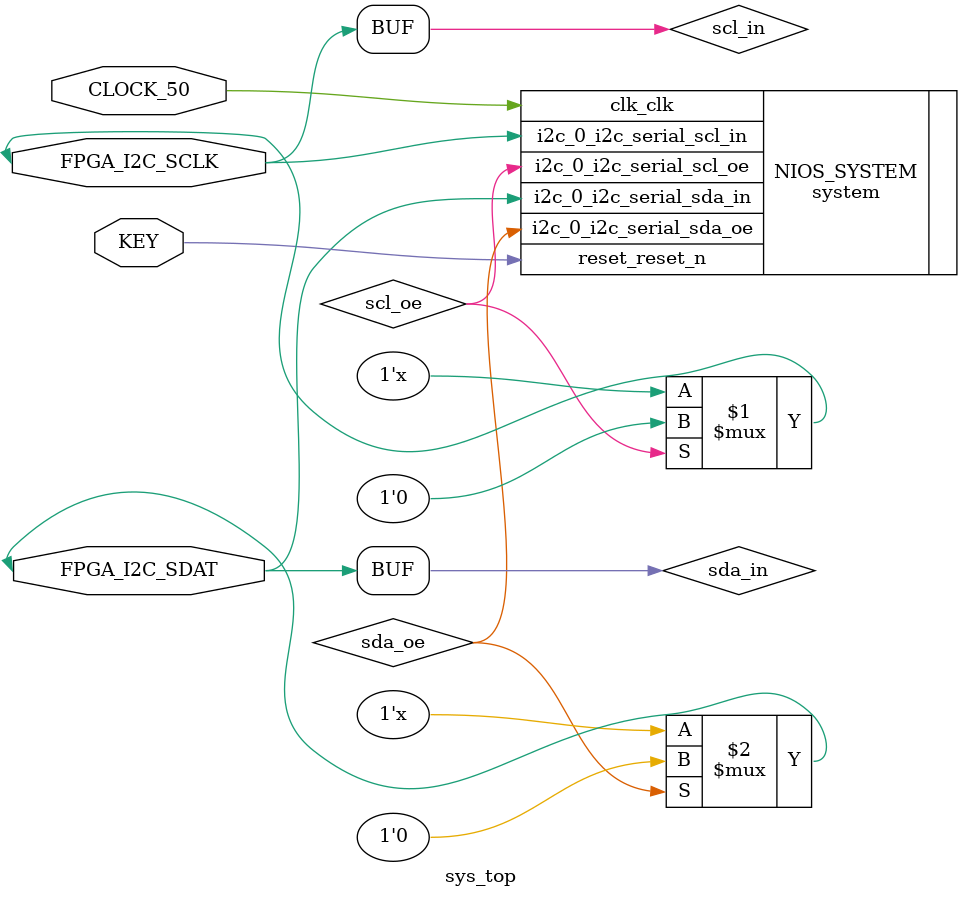
<source format=v>
module sys_top(
					input CLOCK_50,
					input [0:0] KEY,
					inout FPGA_I2C_SCLK,
					inout FPGA_I2C_SDAT);

	wire scl_in;
	wire sda_in;
	wire scl_oe;
	wire sda_oe;
	
	assign scl_in = FPGA_I2C_SCLK;
	assign sda_in = FPGA_I2C_SDAT;
	assign FPGA_I2C_SCLK = scl_oe ? 1'b0 : 1'bz;
	assign FPGA_I2C_SDAT = sda_oe ? 1'b0 : 1'bz;
					
	system NIOS_SYSTEM(
							 .clk_clk(CLOCK_50),                 //              clk.clk
							 .reset_reset_n(KEY[0]),    
							 .i2c_0_i2c_serial_sda_in(sda_in), // i2c_0_i2c_serial.sda_in
							 .i2c_0_i2c_serial_scl_in(scl_in), //                 .scl_in
							 .i2c_0_i2c_serial_sda_oe(sda_oe), //                 .sda_oe
							 .i2c_0_i2c_serial_scl_oe(scl_oe) //                 .scl_oe
							 );
		 
endmodule

</source>
